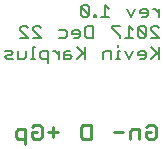
<source format=gbo>
G75*
%MOIN*%
%OFA0B0*%
%FSLAX24Y24*%
%IPPOS*%
%LPD*%
%AMOC8*
5,1,8,0,0,1.08239X$1,22.5*
%
%ADD10C,0.0110*%
%ADD11C,0.0070*%
D10*
X001386Y000435D02*
X001466Y000355D01*
X001707Y000355D01*
X001707Y000195D02*
X001707Y000676D01*
X001466Y000676D01*
X001386Y000595D01*
X001386Y000435D01*
X001930Y000435D02*
X001930Y000595D01*
X002090Y000595D01*
X001930Y000435D02*
X002010Y000355D01*
X002170Y000355D01*
X002250Y000435D01*
X002250Y000756D01*
X002170Y000836D01*
X002010Y000836D01*
X001930Y000756D01*
X002474Y000595D02*
X002794Y000595D01*
X002634Y000756D02*
X002634Y000435D01*
X003561Y000435D02*
X003561Y000756D01*
X003641Y000836D01*
X003882Y000836D01*
X003882Y000355D01*
X003641Y000355D01*
X003561Y000435D01*
X004649Y000595D02*
X004969Y000595D01*
X005192Y000595D02*
X005192Y000355D01*
X005513Y000355D02*
X005513Y000676D01*
X005273Y000676D01*
X005192Y000595D01*
X005736Y000595D02*
X005736Y000435D01*
X005816Y000355D01*
X005977Y000355D01*
X006057Y000435D01*
X006057Y000756D01*
X005977Y000836D01*
X005816Y000836D01*
X005736Y000756D01*
X005736Y000595D02*
X005896Y000595D01*
D11*
X005887Y003012D02*
X006088Y003214D01*
X006156Y003146D02*
X005887Y003415D01*
X006156Y003415D02*
X006156Y003012D01*
X005721Y003079D02*
X005721Y003214D01*
X005653Y003281D01*
X005519Y003281D01*
X005452Y003214D01*
X005452Y003146D01*
X005721Y003146D01*
X005721Y003079D02*
X005653Y003012D01*
X005519Y003012D01*
X005286Y003281D02*
X005151Y003012D01*
X005017Y003281D01*
X004850Y003281D02*
X004783Y003281D01*
X004783Y003012D01*
X004850Y003012D02*
X004716Y003012D01*
X004560Y003012D02*
X004560Y003281D01*
X004359Y003281D01*
X004292Y003214D01*
X004292Y003012D01*
X003690Y003012D02*
X003690Y003415D01*
X003623Y003214D02*
X003422Y003012D01*
X003255Y003079D02*
X003188Y003146D01*
X002987Y003146D01*
X002987Y003214D02*
X002987Y003012D01*
X003188Y003012D01*
X003255Y003079D01*
X003188Y003281D02*
X003054Y003281D01*
X002987Y003214D01*
X002820Y003281D02*
X002820Y003012D01*
X002820Y003146D02*
X002686Y003281D01*
X002619Y003281D01*
X002458Y003281D02*
X002257Y003281D01*
X002189Y003214D01*
X002189Y003079D01*
X002257Y003012D01*
X002458Y003012D01*
X002458Y002878D02*
X002458Y003281D01*
X002023Y003415D02*
X001956Y003415D01*
X001956Y003012D01*
X002023Y003012D02*
X001889Y003012D01*
X001733Y003079D02*
X001666Y003012D01*
X001464Y003012D01*
X001464Y003281D01*
X001298Y003214D02*
X001231Y003281D01*
X001029Y003281D01*
X001096Y003146D02*
X001231Y003146D01*
X001298Y003214D01*
X001096Y003146D02*
X001029Y003079D01*
X001096Y003012D01*
X001298Y003012D01*
X001733Y003079D02*
X001733Y003281D01*
X001805Y003721D02*
X001537Y003721D01*
X001805Y003721D02*
X001537Y003989D01*
X001537Y004056D01*
X001604Y004124D01*
X001738Y004124D01*
X001805Y004056D01*
X001972Y004056D02*
X001972Y003989D01*
X002240Y003721D01*
X001972Y003721D01*
X001972Y004056D02*
X002039Y004124D01*
X002173Y004124D01*
X002240Y004056D01*
X002842Y003989D02*
X003043Y003989D01*
X003110Y003922D01*
X003110Y003788D01*
X003043Y003721D01*
X002842Y003721D01*
X003277Y003855D02*
X003545Y003855D01*
X003545Y003788D02*
X003545Y003922D01*
X003478Y003989D01*
X003344Y003989D01*
X003277Y003922D01*
X003277Y003855D01*
X003344Y003721D02*
X003478Y003721D01*
X003545Y003788D01*
X003712Y003788D02*
X003712Y004056D01*
X003779Y004124D01*
X003980Y004124D01*
X003980Y003721D01*
X003779Y003721D01*
X003712Y003788D01*
X003422Y003415D02*
X003690Y003146D01*
X004783Y003415D02*
X004783Y003482D01*
X004850Y003721D02*
X004850Y003788D01*
X004582Y004056D01*
X004582Y004124D01*
X004850Y004124D01*
X005151Y004124D02*
X005151Y003721D01*
X005017Y003721D02*
X005286Y003721D01*
X005452Y003788D02*
X005519Y003721D01*
X005653Y003721D01*
X005721Y003788D01*
X005452Y004056D01*
X005452Y003788D01*
X005286Y003989D02*
X005151Y004124D01*
X005452Y004056D02*
X005519Y004124D01*
X005653Y004124D01*
X005721Y004056D01*
X005721Y003788D01*
X005887Y003721D02*
X006156Y003721D01*
X005887Y003989D01*
X005887Y004056D01*
X005954Y004124D01*
X006088Y004124D01*
X006156Y004056D01*
X006156Y004429D02*
X006156Y004698D01*
X006156Y004564D02*
X006021Y004698D01*
X005954Y004698D01*
X005793Y004631D02*
X005726Y004698D01*
X005592Y004698D01*
X005525Y004631D01*
X005525Y004564D01*
X005793Y004564D01*
X005793Y004497D02*
X005793Y004631D01*
X005793Y004497D02*
X005726Y004429D01*
X005592Y004429D01*
X005358Y004698D02*
X005224Y004429D01*
X005089Y004698D01*
X004488Y004698D02*
X004354Y004832D01*
X004354Y004429D01*
X004488Y004429D02*
X004219Y004429D01*
X004053Y004429D02*
X003986Y004429D01*
X003986Y004497D01*
X004053Y004497D01*
X004053Y004429D01*
X003835Y004497D02*
X003567Y004765D01*
X003567Y004497D01*
X003634Y004429D01*
X003768Y004429D01*
X003835Y004497D01*
X003835Y004765D01*
X003768Y004832D01*
X003634Y004832D01*
X003567Y004765D01*
M02*

</source>
